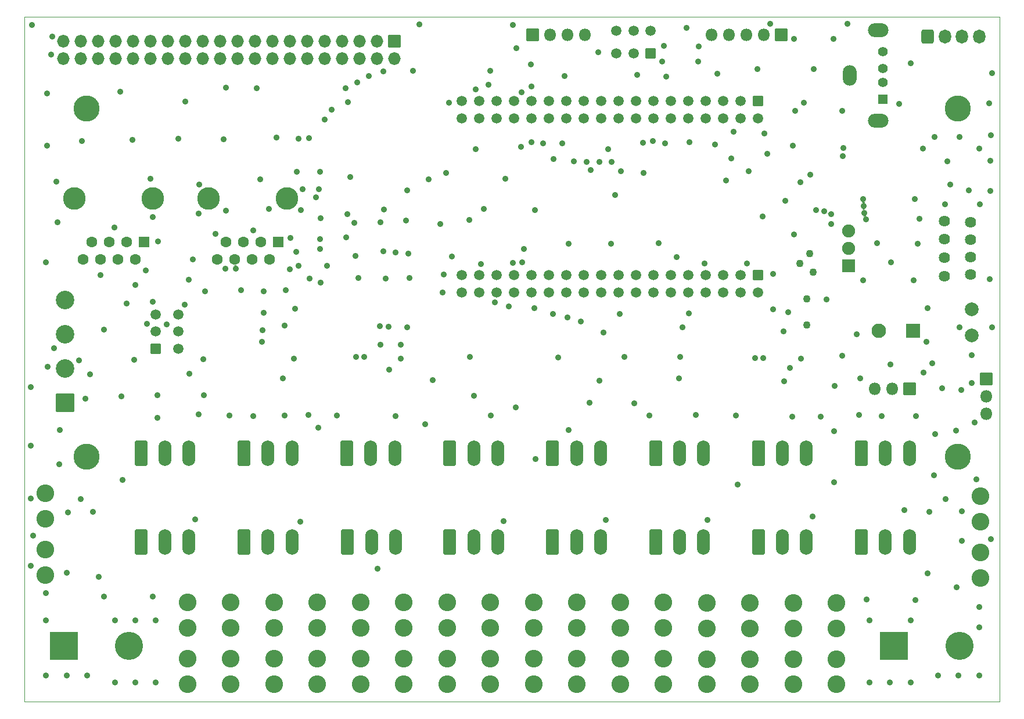
<source format=gbr>
G04 #@! TF.GenerationSoftware,KiCad,Pcbnew,(6.0.5)*
G04 #@! TF.CreationDate,2022-06-05T13:27:19-04:00*
G04 #@! TF.ProjectId,PB_16,50425f31-362e-46b6-9963-61645f706362,v2.2*
G04 #@! TF.SameCoordinates,Original*
G04 #@! TF.FileFunction,Soldermask,Bot*
G04 #@! TF.FilePolarity,Negative*
%FSLAX46Y46*%
G04 Gerber Fmt 4.6, Leading zero omitted, Abs format (unit mm)*
G04 Created by KiCad (PCBNEW (6.0.5)) date 2022-06-05 13:27:19*
%MOMM*%
%LPD*%
G01*
G04 APERTURE LIST*
G04 Aperture macros list*
%AMRoundRect*
0 Rectangle with rounded corners*
0 $1 Rounding radius*
0 $2 $3 $4 $5 $6 $7 $8 $9 X,Y pos of 4 corners*
0 Add a 4 corners polygon primitive as box body*
4,1,4,$2,$3,$4,$5,$6,$7,$8,$9,$2,$3,0*
0 Add four circle primitives for the rounded corners*
1,1,$1+$1,$2,$3*
1,1,$1+$1,$4,$5*
1,1,$1+$1,$6,$7*
1,1,$1+$1,$8,$9*
0 Add four rect primitives between the rounded corners*
20,1,$1+$1,$2,$3,$4,$5,0*
20,1,$1+$1,$4,$5,$6,$7,0*
20,1,$1+$1,$6,$7,$8,$9,0*
20,1,$1+$1,$8,$9,$2,$3,0*%
G04 Aperture macros list end*
G04 #@! TA.AperFunction,Profile*
%ADD10C,0.050000*%
G04 #@! TD*
%ADD11C,2.577000*%
%ADD12RoundRect,0.301000X-0.650000X-1.550000X0.650000X-1.550000X0.650000X1.550000X-0.650000X1.550000X0*%
%ADD13O,1.902000X3.702000*%
%ADD14C,3.802000*%
%ADD15RoundRect,0.051000X-0.850000X0.850000X-0.850000X-0.850000X0.850000X-0.850000X0.850000X0.850000X0*%
%ADD16O,1.802000X1.802000*%
%ADD17RoundRect,0.051000X-0.850000X-0.850000X0.850000X-0.850000X0.850000X0.850000X-0.850000X0.850000X0*%
%ADD18RoundRect,0.051000X0.650000X-0.650000X0.650000X0.650000X-0.650000X0.650000X-0.650000X-0.650000X0*%
%ADD19C,1.402000*%
%ADD20O,2.002000X3.002000*%
%ADD21O,3.002000X2.002000*%
%ADD22RoundRect,0.051000X1.000000X1.000000X-1.000000X1.000000X-1.000000X-1.000000X1.000000X-1.000000X0*%
%ADD23C,2.102000*%
%ADD24RoundRect,0.051000X-0.900000X0.900000X-0.900000X-0.900000X0.900000X-0.900000X0.900000X0.900000X0*%
%ADD25C,1.902000*%
%ADD26C,1.626000*%
%ADD27RoundRect,0.051000X1.300000X-1.300000X1.300000X1.300000X-1.300000X1.300000X-1.300000X-1.300000X0*%
%ADD28C,2.702000*%
%ADD29RoundRect,0.051000X-0.704000X0.704000X-0.704000X-0.704000X0.704000X-0.704000X0.704000X0.704000X0*%
%ADD30C,1.510000*%
%ADD31RoundRect,0.051000X-0.863600X0.863600X-0.863600X-0.863600X0.863600X-0.863600X0.863600X0.863600X0*%
%ADD32O,1.829200X1.829200*%
%ADD33RoundRect,0.051000X0.850000X-0.850000X0.850000X0.850000X-0.850000X0.850000X-0.850000X-0.850000X0*%
%ADD34RoundRect,0.051000X0.700000X0.700000X-0.700000X0.700000X-0.700000X-0.700000X0.700000X-0.700000X0*%
%ADD35C,1.502000*%
%ADD36C,3.302000*%
%ADD37RoundRect,0.051000X0.750000X0.750000X-0.750000X0.750000X-0.750000X-0.750000X0.750000X-0.750000X0*%
%ADD38C,1.602000*%
%ADD39RoundRect,0.051000X-2.000000X-2.000000X2.000000X-2.000000X2.000000X2.000000X-2.000000X2.000000X0*%
%ADD40C,4.102000*%
%ADD41C,2.006000*%
%ADD42RoundRect,0.051000X0.700000X-0.700000X0.700000X0.700000X-0.700000X0.700000X-0.700000X-0.700000X0*%
%ADD43RoundRect,0.301000X-0.600000X-0.725000X0.600000X-0.725000X0.600000X0.725000X-0.600000X0.725000X0*%
%ADD44O,1.802000X2.052000*%
%ADD45C,0.902000*%
%ADD46C,1.102000*%
G04 APERTURE END LIST*
D10*
X214228800Y-152889360D02*
X214228800Y-52996240D01*
X72128800Y-52996240D02*
X72128800Y-152889360D01*
X214228800Y-52996240D02*
X72128800Y-52996240D01*
X214228800Y-152889360D02*
X72128800Y-152889360D01*
X214228800Y-152889360D02*
X214228800Y-52996240D01*
X72128800Y-52996240D02*
X72128800Y-152889360D01*
X214228800Y-52996240D02*
X72128800Y-52996240D01*
X214228800Y-152889360D02*
X72128800Y-152889360D01*
D11*
X211426000Y-134802600D03*
X211426000Y-131102600D03*
X211426000Y-126602600D03*
X211426000Y-122902600D03*
X75178800Y-134402600D03*
X75178800Y-130702600D03*
X75178800Y-126202600D03*
X75178800Y-122502600D03*
X190478800Y-150363600D03*
X190478800Y-146663600D03*
X190478800Y-142163600D03*
X190478800Y-138463600D03*
X184172124Y-150363600D03*
X184172124Y-146663600D03*
X184172124Y-142163600D03*
X184172124Y-138463600D03*
X177865458Y-150363600D03*
X177865458Y-146663600D03*
X177865458Y-142163600D03*
X177865458Y-138463600D03*
X171558792Y-150363600D03*
X171558792Y-146663600D03*
X171558792Y-142163600D03*
X171558792Y-138463600D03*
X165252126Y-150294800D03*
X165252126Y-146594800D03*
X165252126Y-142094800D03*
X165252126Y-138394800D03*
X158945460Y-150298600D03*
X158945460Y-146598600D03*
X158945460Y-142098600D03*
X158945460Y-138398600D03*
X152638794Y-150298600D03*
X152638794Y-146598600D03*
X152638794Y-142098600D03*
X152638794Y-138398600D03*
X146332128Y-150298600D03*
X146332128Y-146598600D03*
X146332128Y-142098600D03*
X146332128Y-138398600D03*
X140025462Y-150298600D03*
X140025462Y-146598600D03*
X140025462Y-142098600D03*
X140025462Y-138398600D03*
X133718796Y-150298600D03*
X133718796Y-146598600D03*
X133718796Y-142098600D03*
X133718796Y-138398600D03*
X127412130Y-150298600D03*
X127412130Y-146598600D03*
X127412130Y-142098600D03*
X127412130Y-138398600D03*
X121105464Y-150298600D03*
X121105464Y-146598600D03*
X121105464Y-142098600D03*
X121105464Y-138398600D03*
X114798798Y-150303600D03*
X114798798Y-146603600D03*
X114798798Y-142103600D03*
X114798798Y-138403600D03*
X108492132Y-150303600D03*
X108492132Y-146603600D03*
X108492132Y-142103600D03*
X108492132Y-138403600D03*
X102185466Y-150302600D03*
X102185466Y-146602600D03*
X102185466Y-142102600D03*
X102185466Y-138402600D03*
X95878800Y-150302600D03*
X95878800Y-146602600D03*
X95878800Y-142102600D03*
X95878800Y-138402600D03*
D12*
X89100000Y-129600000D03*
D13*
X92600000Y-129600000D03*
X96100000Y-129600000D03*
D12*
X119100000Y-116600000D03*
D13*
X122600000Y-116600000D03*
X126100000Y-116600000D03*
D12*
X119214342Y-129600000D03*
D13*
X122714342Y-129600000D03*
X126214342Y-129600000D03*
D12*
X134100000Y-116600000D03*
D13*
X137600000Y-116600000D03*
X141100000Y-116600000D03*
D12*
X134100000Y-129600000D03*
D13*
X137600000Y-129600000D03*
X141100000Y-129600000D03*
D12*
X149100000Y-116600000D03*
D13*
X152600000Y-116600000D03*
X156100000Y-116600000D03*
D12*
X149100000Y-129600000D03*
D13*
X152600000Y-129600000D03*
X156100000Y-129600000D03*
D12*
X164100000Y-116600000D03*
D13*
X167600000Y-116600000D03*
X171100000Y-116600000D03*
D12*
X164100000Y-129600000D03*
D13*
X167600000Y-129600000D03*
X171100000Y-129600000D03*
D12*
X179100000Y-116600000D03*
D13*
X182600000Y-116600000D03*
X186100000Y-116600000D03*
D12*
X179100000Y-129600000D03*
D13*
X182600000Y-129600000D03*
X186100000Y-129600000D03*
D12*
X194100000Y-116600000D03*
D13*
X197600000Y-116600000D03*
X201100000Y-116600000D03*
D12*
X194100000Y-129600000D03*
D13*
X197600000Y-129600000D03*
X201100000Y-129600000D03*
D14*
X208127600Y-117118600D03*
D12*
X89100000Y-116600000D03*
D13*
X92600000Y-116600000D03*
X96100000Y-116600000D03*
D12*
X104100000Y-116600000D03*
D13*
X107600000Y-116600000D03*
X111100000Y-116600000D03*
D12*
X104100000Y-129600000D03*
D13*
X107600000Y-129600000D03*
X111100000Y-129600000D03*
D14*
X81127600Y-66318600D03*
X208127600Y-66318600D03*
X81127600Y-117118600D03*
D15*
X201178800Y-107202600D03*
D16*
X198638800Y-107202600D03*
X196098800Y-107202600D03*
D17*
X212278800Y-105813000D03*
D16*
X212278800Y-108353000D03*
X212278800Y-110893000D03*
D18*
X197202600Y-65020720D03*
D19*
X197202600Y-62520720D03*
X197202600Y-60520720D03*
X197202600Y-58020720D03*
D20*
X192422600Y-61520720D03*
D21*
X196602600Y-68090720D03*
X196602600Y-54950720D03*
D22*
X201678800Y-98735800D03*
D23*
X196678800Y-98735800D03*
D24*
X192256800Y-89317600D03*
D25*
X192256800Y-86777600D03*
X192256800Y-84237600D03*
D26*
X210036800Y-82967600D03*
X210036800Y-85507600D03*
X210036800Y-88047600D03*
X210036800Y-90587600D03*
X206226800Y-82735660D03*
X206226800Y-85430600D03*
X206226800Y-88124600D03*
X206226800Y-90819540D03*
D27*
X78028800Y-109302600D03*
D28*
X78028800Y-104302600D03*
X78028800Y-99302600D03*
X78028800Y-94302600D03*
D29*
X179000360Y-65274600D03*
D30*
X179000360Y-67814600D03*
X176460360Y-65274600D03*
X176460360Y-67814600D03*
X173920360Y-65274600D03*
X173920360Y-67814600D03*
X171380360Y-65274600D03*
X171380360Y-67814600D03*
X168840360Y-65274600D03*
X168840360Y-67814600D03*
X166300360Y-65274600D03*
X166300360Y-67814600D03*
X163760360Y-65274600D03*
X163760360Y-67814600D03*
X161220360Y-65274600D03*
X161220360Y-67814600D03*
X158680360Y-65274600D03*
X158680360Y-67814600D03*
X156140360Y-65274600D03*
X156140360Y-67814600D03*
X153600360Y-65274600D03*
X153600360Y-67814600D03*
X151060360Y-65274600D03*
X151060360Y-67814600D03*
X148520360Y-65274600D03*
X148520360Y-67814600D03*
X145980360Y-65274600D03*
X145980360Y-67814600D03*
X143440360Y-65274600D03*
X143440360Y-67814600D03*
X140900360Y-65274600D03*
X140900360Y-67814600D03*
X138360360Y-65274600D03*
X138360360Y-67814600D03*
X135820360Y-65274600D03*
X135820360Y-67814600D03*
D29*
X179000360Y-90674600D03*
D30*
X179000360Y-93214600D03*
X176460360Y-90674600D03*
X176460360Y-93214600D03*
X173920360Y-90674600D03*
X173920360Y-93214600D03*
X171380360Y-90674600D03*
X171380360Y-93214600D03*
X168840360Y-90674600D03*
X168840360Y-93214600D03*
X166300360Y-90674600D03*
X166300360Y-93214600D03*
X163760360Y-90674600D03*
X163760360Y-93214600D03*
X161220360Y-90674600D03*
X161220360Y-93214600D03*
X158680360Y-90674600D03*
X158680360Y-93214600D03*
X156140360Y-90674600D03*
X156140360Y-93214600D03*
X153600360Y-90674600D03*
X153600360Y-93214600D03*
X151060360Y-90674600D03*
X151060360Y-93214600D03*
X148520360Y-90674600D03*
X148520360Y-93214600D03*
X145980360Y-90674600D03*
X145980360Y-93214600D03*
X143440360Y-90674600D03*
X143440360Y-93214600D03*
X140900360Y-90674600D03*
X140900360Y-93214600D03*
X138360360Y-90674600D03*
X138360360Y-93214600D03*
X135820360Y-90674600D03*
X135820360Y-93214600D03*
D31*
X126039920Y-56545560D03*
D32*
X126039920Y-59085560D03*
X123499920Y-56545560D03*
X123499920Y-59085560D03*
X120959920Y-56545560D03*
X120959920Y-59085560D03*
X118419920Y-56545560D03*
X118419920Y-59085560D03*
X115879920Y-56545560D03*
X115879920Y-59085560D03*
X113339920Y-56545560D03*
X113339920Y-59085560D03*
X110799920Y-56545560D03*
X110799920Y-59085560D03*
X108259920Y-56545560D03*
X108259920Y-59085560D03*
X105719920Y-56545560D03*
X105719920Y-59085560D03*
X103179920Y-56545560D03*
X103179920Y-59085560D03*
X100639920Y-56545560D03*
X100639920Y-59085560D03*
X98099920Y-56545560D03*
X98099920Y-59085560D03*
X95559920Y-56545560D03*
X95559920Y-59085560D03*
X93019920Y-56545560D03*
X93019920Y-59085560D03*
X90479920Y-56545560D03*
X90479920Y-59085560D03*
X87939920Y-56545560D03*
X87939920Y-59085560D03*
X85399920Y-56545560D03*
X85399920Y-59085560D03*
X82859920Y-56545560D03*
X82859920Y-59085560D03*
X80319920Y-56545560D03*
X80319920Y-59085560D03*
X77779920Y-56545560D03*
X77779920Y-59085560D03*
D15*
X182387680Y-55625840D03*
D16*
X179847680Y-55625840D03*
X177307680Y-55625840D03*
X174767680Y-55625840D03*
X172227680Y-55625840D03*
D33*
X146197680Y-55625840D03*
D16*
X148737680Y-55625840D03*
X151277680Y-55625840D03*
X153817680Y-55625840D03*
D34*
X163398800Y-58272600D03*
D35*
X160898800Y-58272600D03*
X158398800Y-58272600D03*
X163398800Y-54972600D03*
X160898800Y-54972600D03*
X158398800Y-54972600D03*
D36*
X79396800Y-79493520D03*
X90826800Y-79493520D03*
D37*
X89556800Y-85843520D03*
D38*
X88286800Y-88383520D03*
X87016800Y-85843520D03*
X85746800Y-88383520D03*
X84476800Y-85843520D03*
X83206800Y-88383520D03*
X81936800Y-85843520D03*
X80666800Y-88383520D03*
D36*
X110364400Y-79493520D03*
X98934400Y-79493520D03*
D37*
X109094400Y-85843520D03*
D38*
X107824400Y-88383520D03*
X106554400Y-85843520D03*
X105284400Y-88383520D03*
X104014400Y-85843520D03*
X102744400Y-88383520D03*
X101474400Y-85843520D03*
X100204400Y-88383520D03*
D39*
X198878800Y-144752600D03*
D40*
X208378800Y-144752600D03*
D39*
X77878800Y-144752600D03*
D40*
X87378800Y-144752600D03*
D41*
X210229259Y-99458160D03*
X210229259Y-95648160D03*
D42*
X91248800Y-101362600D03*
D35*
X91248800Y-98862600D03*
X91248800Y-96362600D03*
X94548800Y-101362600D03*
X94548800Y-98862600D03*
X94548800Y-96362600D03*
D43*
X203760280Y-55861360D03*
D44*
X206260280Y-55861360D03*
X208760280Y-55861360D03*
X211260280Y-55861360D03*
D45*
X183694280Y-104172160D03*
X97501840Y-81627120D03*
X97572960Y-77395480D03*
X114608800Y-79262600D03*
X120788800Y-91042600D03*
X95468800Y-94952600D03*
X94578800Y-70752600D03*
X191402600Y-73270720D03*
X203978800Y-125152600D03*
X116928800Y-66472600D03*
X190178800Y-106852600D03*
X194323800Y-91402600D03*
X111728800Y-87272600D03*
X157221040Y-72239080D03*
X165678800Y-61652600D03*
X112088800Y-70782600D03*
X146538800Y-81132600D03*
X133244800Y-90552600D03*
X138678800Y-89022600D03*
X149138800Y-96322600D03*
X201338800Y-59702600D03*
X213178800Y-61152600D03*
X211288800Y-72177600D03*
X75978800Y-58452600D03*
X208778800Y-125102600D03*
X96078800Y-91352600D03*
X181278800Y-90452600D03*
X180368800Y-72942600D03*
X112328800Y-126602600D03*
X182778800Y-98852600D03*
X174398800Y-76852600D03*
X180001120Y-69988840D03*
X91478800Y-111452600D03*
X169008000Y-71238520D03*
X137078800Y-102552600D03*
X193428800Y-99302600D03*
X73078800Y-115552600D03*
X75278800Y-149052600D03*
X137648800Y-108252600D03*
X178959720Y-60555280D03*
X96978800Y-126252600D03*
X126996400Y-102815800D03*
X170378800Y-57252600D03*
X110048800Y-111102600D03*
X202078800Y-111252600D03*
X122318800Y-61642600D03*
X120443200Y-102587200D03*
X110908800Y-85182600D03*
X82078800Y-125152600D03*
X210206800Y-106422600D03*
X101478800Y-81277600D03*
X156528800Y-99032600D03*
X161428640Y-61439200D03*
X205888800Y-107184600D03*
X211378800Y-80327600D03*
X175510400Y-69694200D03*
X211278800Y-142052600D03*
X98178800Y-102952600D03*
X134028800Y-65482600D03*
X144498800Y-71952600D03*
X123578800Y-133502600D03*
X155788800Y-58092600D03*
X126198800Y-111252600D03*
X106988800Y-93052600D03*
X201908800Y-79512600D03*
X207098800Y-77477600D03*
X186676240Y-75993400D03*
X80278800Y-123352600D03*
X134458800Y-87892600D03*
X75278800Y-88752600D03*
X81278800Y-149052600D03*
D46*
X187123800Y-90202600D03*
D45*
X201698800Y-91402600D03*
X75488800Y-104022600D03*
X132738800Y-83152600D03*
X83678800Y-137552600D03*
X179813160Y-102709120D03*
X157638800Y-86042600D03*
X212798800Y-91252600D03*
X197078800Y-111252600D03*
X88308800Y-92042600D03*
X211278800Y-139052600D03*
X199648800Y-65702600D03*
X143278800Y-88852600D03*
X206308800Y-80292600D03*
X139068800Y-81032600D03*
X206648800Y-74027600D03*
X127918800Y-98232600D03*
X119228800Y-65442600D03*
X92848800Y-97812600D03*
X125243800Y-104441400D03*
X106798800Y-98702600D03*
X213128800Y-98252600D03*
X209798800Y-78297600D03*
X89768800Y-89972600D03*
X112388800Y-81202600D03*
X90778800Y-137552600D03*
X172738800Y-71612600D03*
X185258920Y-77102600D03*
X202578800Y-82452600D03*
X192076280Y-53961440D03*
X204678800Y-119852600D03*
X75378800Y-71752600D03*
X137878800Y-63552600D03*
X213028800Y-70202600D03*
X171208800Y-88972600D03*
X208728800Y-129452600D03*
X190098800Y-120902600D03*
X157698800Y-74152600D03*
X73078800Y-106952600D03*
X208428800Y-98294600D03*
X142698800Y-95232600D03*
X110038800Y-97972600D03*
X108838800Y-70582600D03*
X101998800Y-111152600D03*
X151438800Y-86072600D03*
X191278800Y-102452600D03*
X120178800Y-83052600D03*
X185751680Y-65513360D03*
X183998800Y-111302600D03*
X146478800Y-95452600D03*
X80956280Y-108678120D03*
X76178800Y-55852600D03*
X106768800Y-100372600D03*
X82978800Y-134652600D03*
X212778800Y-65552600D03*
X99928800Y-84652600D03*
X129678800Y-54052600D03*
X159048800Y-75452600D03*
X128708800Y-60812600D03*
X165298800Y-57232600D03*
X176048800Y-121202600D03*
X124468800Y-60912600D03*
X212888800Y-74002600D03*
X96678800Y-88352600D03*
X180829160Y-53961440D03*
X76399520Y-101332440D03*
X183048800Y-79802600D03*
X145958800Y-59912600D03*
X143798800Y-57552600D03*
X96178800Y-105052600D03*
X183478800Y-96052600D03*
X78478800Y-125252600D03*
X156878800Y-126402600D03*
X114948800Y-112902600D03*
X203802965Y-95505411D03*
X203578800Y-100352600D03*
X191502600Y-72070720D03*
X160998800Y-109352600D03*
X115248800Y-91702600D03*
X186978800Y-125852600D03*
X98298800Y-108152600D03*
D46*
X185123800Y-88977600D03*
D45*
X194898800Y-137982600D03*
X151278800Y-96792600D03*
X119168800Y-81712600D03*
X198378800Y-103652600D03*
X98398800Y-92992600D03*
X110198800Y-92832600D03*
X141928800Y-126502600D03*
X142168800Y-76602600D03*
X133578800Y-75712600D03*
X78278800Y-149052600D03*
X115178800Y-86852600D03*
X139778800Y-62852600D03*
X111848800Y-75542600D03*
X193978800Y-105752600D03*
X208682800Y-107438600D03*
X190148800Y-113402600D03*
X76948160Y-82912360D03*
X168982600Y-96221960D03*
X86978800Y-94752600D03*
X90478800Y-76552600D03*
X95578800Y-65352600D03*
X204448800Y-103502600D03*
X184298800Y-84752600D03*
X184128800Y-71752600D03*
X175848800Y-111102600D03*
X88098800Y-103012600D03*
X150498800Y-71452600D03*
X105998800Y-63342600D03*
X73078800Y-133052600D03*
X171678800Y-126402600D03*
X162278800Y-71352600D03*
X127728800Y-82682600D03*
D46*
X186178800Y-97952600D03*
D45*
X83708800Y-98582600D03*
X76778800Y-77052600D03*
X155928800Y-106052600D03*
X124028800Y-82952600D03*
X97528800Y-111002600D03*
X105498800Y-111202600D03*
X212978800Y-129202600D03*
X112108800Y-89302600D03*
X167998800Y-98289520D03*
X139998800Y-60812600D03*
X101178800Y-70852600D03*
X111538800Y-95572600D03*
X208278800Y-149052600D03*
X87878800Y-70952600D03*
X210578800Y-112152600D03*
X152198800Y-74052600D03*
X75278800Y-141052600D03*
X91578800Y-85752600D03*
X147748800Y-71452600D03*
X115218800Y-75612600D03*
X86278800Y-108352600D03*
X124498800Y-81052600D03*
X120588800Y-62502600D03*
X83178800Y-90652600D03*
X185324960Y-102831040D03*
X103678800Y-92852600D03*
X85248880Y-83720080D03*
X203148800Y-104852600D03*
X80078800Y-103052600D03*
X140718800Y-94642600D03*
X149942760Y-102693880D03*
X204798800Y-70497600D03*
X187178800Y-60552600D03*
X158178800Y-78952600D03*
X128078800Y-87527600D03*
X75278800Y-137052600D03*
X181278800Y-95652600D03*
X162378800Y-75752600D03*
X113498800Y-111052600D03*
X193798800Y-111052600D03*
X115268800Y-82312600D03*
X190064600Y-56181400D03*
X101458800Y-63272600D03*
X124438800Y-87202600D03*
X78278800Y-134052600D03*
X128238800Y-91062600D03*
X137908800Y-72272600D03*
X182848800Y-106102600D03*
X131008800Y-76682600D03*
X130498800Y-112402600D03*
X154448800Y-109252600D03*
X184456280Y-66707160D03*
X203778800Y-134152600D03*
X73378800Y-128652600D03*
X203048800Y-72197600D03*
X155911760Y-74149360D03*
X86378800Y-120552600D03*
X164598800Y-85992600D03*
X168616840Y-54581200D03*
X204878800Y-113852600D03*
X121611600Y-102561800D03*
X175148800Y-73602600D03*
X133088800Y-93192600D03*
X116178800Y-89252600D03*
X167656720Y-102602440D03*
X112678800Y-78072600D03*
X163248800Y-111102600D03*
X165078800Y-59452600D03*
D46*
X186178800Y-94152600D03*
D45*
X145988800Y-63142600D03*
X117648800Y-111152600D03*
X196398800Y-85962600D03*
X188148800Y-111302600D03*
X165478800Y-71452600D03*
X106968800Y-96182600D03*
X146628800Y-117452600D03*
X207998800Y-136202600D03*
X178588880Y-102739600D03*
X150826680Y-61586520D03*
X106453800Y-76652600D03*
X77278800Y-113252600D03*
X179698800Y-82102600D03*
X154667160Y-75353320D03*
X169948800Y-111052600D03*
X201998800Y-138052600D03*
X86078800Y-63852600D03*
X202348800Y-86102600D03*
X109798800Y-105752600D03*
X143338800Y-54122600D03*
X210206800Y-102358600D03*
X167188800Y-88012600D03*
X170278800Y-59452600D03*
X173097400Y-61266480D03*
X136948800Y-82592600D03*
X191278800Y-66652600D03*
X91478800Y-108152600D03*
X140098800Y-111102600D03*
X80478800Y-71052600D03*
X167498800Y-105702600D03*
X143748800Y-109952600D03*
X90778800Y-82152600D03*
X111400800Y-102866600D03*
X177388800Y-88962600D03*
X115178800Y-85352600D03*
X115908800Y-67942600D03*
X124728800Y-91122600D03*
D46*
X186548800Y-87477600D03*
D45*
X207878800Y-113352600D03*
X211278800Y-149052600D03*
X189068800Y-94162600D03*
X77178800Y-118252600D03*
X127903800Y-78252600D03*
X154048800Y-74102600D03*
X159578800Y-102552600D03*
X206346000Y-123364400D03*
X90788800Y-94502600D03*
X144698800Y-88772600D03*
X144908800Y-86862600D03*
X73078800Y-123252600D03*
X73178800Y-54152600D03*
X131598800Y-105952600D03*
X198423800Y-88752600D03*
X75378800Y-64152600D03*
X205278800Y-149052600D03*
X89948800Y-97792600D03*
X177698800Y-75452600D03*
X210878800Y-120452600D03*
X151478800Y-113252600D03*
X118948800Y-63362600D03*
X184319120Y-56145840D03*
X158928800Y-96332600D03*
X200378800Y-124952600D03*
X208448800Y-70477600D03*
X144598800Y-63982600D03*
X125218800Y-98212600D03*
X153178800Y-97422600D03*
X212898800Y-78377600D03*
X107708800Y-80982600D03*
X123964789Y-100800211D03*
X126228800Y-87352600D03*
X123888800Y-98102600D03*
X126971200Y-100800200D03*
X85278800Y-141052600D03*
X88278800Y-141052600D03*
X91278800Y-150052600D03*
X85278800Y-150052600D03*
X91278800Y-141052600D03*
X88278800Y-150052600D03*
X201278800Y-141052600D03*
X195278800Y-141052600D03*
X195278800Y-150052600D03*
X198278800Y-150052600D03*
X201278800Y-150052600D03*
X81682800Y-105152600D03*
X113678800Y-91122600D03*
X113608800Y-70632600D03*
X163755280Y-71101360D03*
X149248800Y-73727610D03*
X145985442Y-71213120D03*
X115028800Y-78127600D03*
X119638800Y-76332600D03*
X120378800Y-87852600D03*
X118978800Y-85152596D03*
X194448800Y-80552600D03*
X188673800Y-81352600D03*
X194398800Y-79552600D03*
X187523800Y-81128100D03*
X194521076Y-81549486D03*
X189698800Y-81777600D03*
X194769712Y-82517570D03*
X189696604Y-83225108D03*
X101428800Y-89727600D03*
X105482715Y-84106515D03*
X102938800Y-89752600D03*
X110803800Y-89802600D03*
G36*
X103074676Y-89112128D02*
G01*
X103075294Y-89114030D01*
X103074633Y-89115138D01*
X103034503Y-89149249D01*
X103014357Y-89215514D01*
X103033228Y-89282124D01*
X103089799Y-89329861D01*
X103090478Y-89331743D01*
X103089188Y-89333271D01*
X103087936Y-89333306D01*
X103005164Y-89308552D01*
X102877866Y-89307775D01*
X102755466Y-89342757D01*
X102677810Y-89391754D01*
X102675812Y-89391833D01*
X102674745Y-89390142D01*
X102675128Y-89388884D01*
X102714060Y-89335567D01*
X102718179Y-89266432D01*
X102684264Y-89206040D01*
X102623687Y-89173615D01*
X102609439Y-89170586D01*
X102607953Y-89169248D01*
X102608369Y-89167292D01*
X102610120Y-89166648D01*
X102727665Y-89182332D01*
X102905060Y-89166188D01*
X103072720Y-89111712D01*
X103074676Y-89112128D01*
G37*
G36*
X194863050Y-81838439D02*
G01*
X194862733Y-81840270D01*
X194832005Y-81880316D01*
X194832408Y-81880625D01*
X194833173Y-81882473D01*
X194832805Y-81883391D01*
X194805603Y-81920647D01*
X194801486Y-81989782D01*
X194835451Y-82050257D01*
X194874380Y-82075935D01*
X194916747Y-82093483D01*
X194917965Y-82095070D01*
X194917200Y-82096918D01*
X194915409Y-82097247D01*
X194836076Y-82073522D01*
X194708778Y-82072745D01*
X194586378Y-82107727D01*
X194478721Y-82175653D01*
X194429975Y-82230848D01*
X194428079Y-82231484D01*
X194426580Y-82230160D01*
X194426889Y-82228306D01*
X194458783Y-82186740D01*
X194458380Y-82186431D01*
X194457615Y-82184583D01*
X194457983Y-82183665D01*
X194485185Y-82146409D01*
X194489302Y-82077274D01*
X194455337Y-82016799D01*
X194416408Y-81991121D01*
X194371973Y-81972716D01*
X194370755Y-81971129D01*
X194371520Y-81969281D01*
X194373334Y-81968959D01*
X194449291Y-81992689D01*
X194576570Y-81995023D01*
X194699391Y-81961537D01*
X194807868Y-81894932D01*
X194859663Y-81837710D01*
X194861567Y-81837097D01*
X194863050Y-81838439D01*
G37*
G36*
X189115792Y-81422383D02*
G01*
X189116495Y-81423617D01*
X189127155Y-81491974D01*
X189173130Y-81543773D01*
X189239812Y-81562493D01*
X189306146Y-81542154D01*
X189320259Y-81529015D01*
X189322208Y-81528567D01*
X189323571Y-81530031D01*
X189323432Y-81531329D01*
X189269439Y-81646330D01*
X189260057Y-81706585D01*
X189258803Y-81708142D01*
X189256826Y-81707835D01*
X189256105Y-81706585D01*
X189245445Y-81638226D01*
X189199470Y-81586427D01*
X189132788Y-81567707D01*
X189066454Y-81588046D01*
X189050841Y-81602582D01*
X189048892Y-81603030D01*
X189047529Y-81601566D01*
X189047678Y-81600246D01*
X189101526Y-81489104D01*
X189112547Y-81423593D01*
X189113820Y-81422051D01*
X189115792Y-81422383D01*
G37*
G36*
X194701112Y-80922737D02*
G01*
X194700330Y-80924378D01*
X194688143Y-80933729D01*
X194647125Y-80989904D01*
X194643007Y-81059039D01*
X194676970Y-81119515D01*
X194700853Y-81135269D01*
X194701748Y-81137058D01*
X194700647Y-81138727D01*
X194699179Y-81138855D01*
X194587440Y-81105438D01*
X194460142Y-81104661D01*
X194337742Y-81139643D01*
X194270049Y-81182354D01*
X194268051Y-81182433D01*
X194266984Y-81180742D01*
X194267764Y-81179076D01*
X194281735Y-81168356D01*
X194322752Y-81112182D01*
X194326871Y-81043047D01*
X194292908Y-80982571D01*
X194267171Y-80965595D01*
X194266276Y-80963806D01*
X194267377Y-80962137D01*
X194268868Y-80962016D01*
X194377015Y-80995803D01*
X194504294Y-80998137D01*
X194627115Y-80964651D01*
X194698067Y-80921087D01*
X194700066Y-80921033D01*
X194701112Y-80922737D01*
G37*
G36*
X194651113Y-79922736D02*
G01*
X194650332Y-79924377D01*
X194627696Y-79941746D01*
X194586680Y-79997920D01*
X194582562Y-80067055D01*
X194616525Y-80127531D01*
X194636626Y-80140790D01*
X194637521Y-80142579D01*
X194636420Y-80144248D01*
X194634952Y-80144376D01*
X194515164Y-80108552D01*
X194387866Y-80107775D01*
X194265466Y-80142757D01*
X194197778Y-80185465D01*
X194195780Y-80185544D01*
X194194713Y-80183853D01*
X194195493Y-80182187D01*
X194219904Y-80163456D01*
X194260921Y-80107283D01*
X194265040Y-80038148D01*
X194231077Y-79977671D01*
X194208809Y-79962983D01*
X194207914Y-79961194D01*
X194209015Y-79959525D01*
X194210506Y-79959404D01*
X194327015Y-79995803D01*
X194454294Y-79998137D01*
X194577115Y-79964651D01*
X194648068Y-79921086D01*
X194650067Y-79921032D01*
X194651113Y-79922736D01*
G37*
M02*

</source>
